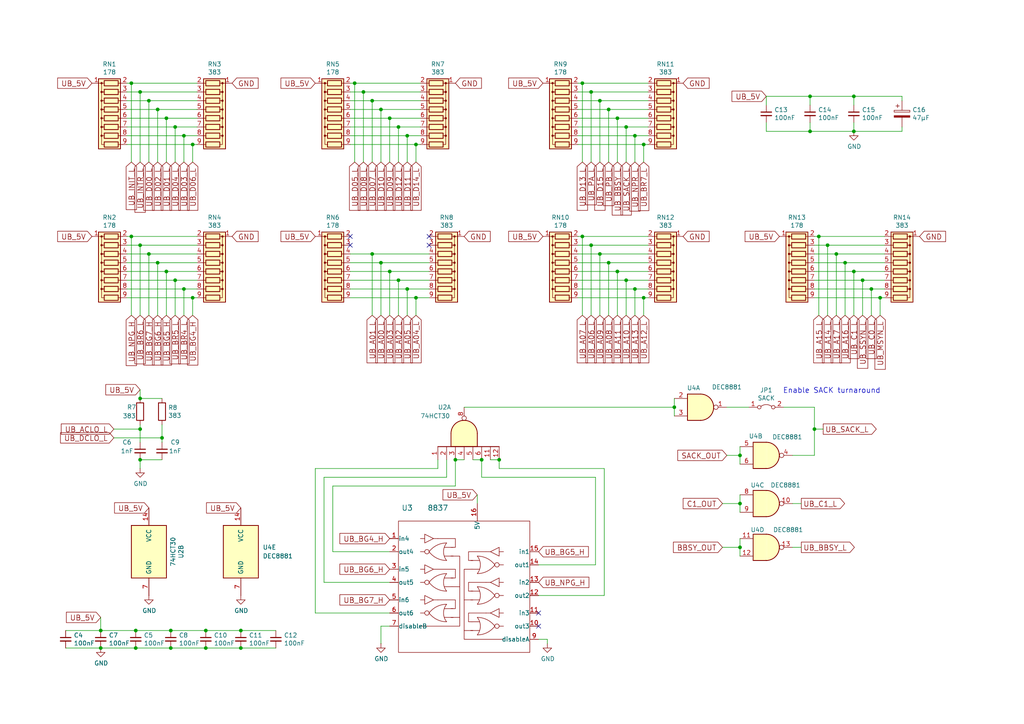
<source format=kicad_sch>
(kicad_sch (version 20231120) (generator "eeschema") (generator_version "8.0")
  (paper "A4")
  (title_block (date "2024-07-18"))
  (lib_symbols
    (symbol "74xx:74LS30" (pin_names (offset 1.016))
      (property "Reference" "U" (at 0 1.27 0))
      (property "Value" "74LS30" (at 0 -1.27 0))
      (symbol "74LS30_1_1"
        (pin input line (at -7.62 7.62 0) (length 3.81) (name "~") (number "1"))
        (pin input line (at -7.62 -7.62 0) (length 3.81) (name "~") (number "11"))
        (pin input line (at -7.62 -10.16 0) (length 3.81) (name "~") (number "12"))
        (pin input line (at -7.62 5.08 0) (length 3.81) (name "~") (number "2"))
        (pin input line (at -7.62 2.54 0) (length 3.81) (name "~") (number "3"))
        (pin input line (at -7.62 0 0) (length 3.81) (name "~") (number "4"))
        (pin input line (at -7.62 -2.54 0) (length 3.81) (name "~") (number "5"))
        (pin input line (at -7.62 -5.08 0) (length 3.81) (name "~") (number "6"))
        (pin output inverted (at 7.62 0 180) (length 3.81) (name "~") (number "8"))
      )
      (symbol "74LS30_1_2"
        (pin input inverted (at -7.62 7.62 0) (length 3.81) (name "~") (number "1"))
        (pin input inverted (at -7.62 -7.62 0) (length 3.81) (name "~") (number "11"))
        (pin input inverted (at -7.62 -10.16 0) (length 3.81) (name "~") (number "12"))
        (pin input inverted (at -7.62 5.08 0) (length 3.81) (name "~") (number "2"))
        (pin input inverted (at -7.62 2.54 0) (length 4.5466) (name "~") (number "3"))
        (pin input inverted (at -7.62 0 0) (length 5.08) (name "~") (number "4"))
        (pin input inverted (at -7.62 -2.54 0) (length 4.5466) (name "~") (number "5"))
        (pin input inverted (at -7.62 -5.08 0) (length 3.81) (name "~") (number "6"))
        (pin output line (at 7.62 0 180) (length 3.81) (name "~") (number "8"))
      )
      (symbol "74LS30_2_0"
        (pin power_in line (at 0 12.7 270) (length 5.08) (name "VCC") (number "14"))
        (pin power_in line (at 0 -12.7 90) (length 5.08) (name "GND") (number "7"))
      )
    )
    (symbol "Device:C_Polarized" (pin_numbers hide) (pin_names (offset 0.254))
      (property "Reference" "C" (at 0.635 2.54 0))
      (property "Value" "C_Polarized" (at 0.635 -2.54 0))
      (symbol "C_Polarized_1_1"
        (pin passive line (at 0 3.81 270) (length 2.794) (name "~") (number "1"))
        (pin passive line (at 0 -3.81 90) (length 2.794) (name "~") (number "2"))
      )
    )
    (symbol "Device:C_Small" (pin_numbers hide) (pin_names (offset 0.254) hide)
      (property "Reference" "C" (at 0.254 1.778 0))
      (property "Value" "C_Small" (at 0.254 -2.032 0))
      (symbol "C_Small_1_1"
        (pin passive line (at 0 2.54 270) (length 2.032) (name "~") (number "1"))
        (pin passive line (at 0 -2.54 90) (length 2.032) (name "~") (number "2"))
      )
    )
    (symbol "Device:R" (pin_numbers hide) (pin_names (offset 0))
      (property "Reference" "R" (at 2.032 0 90))
      (property "Value" "R" (at 0 0 90))
      (symbol "R_1_1"
        (pin passive line (at 0 3.81 270) (length 1.27) (name "~") (number "1"))
        (pin passive line (at 0 -3.81 90) (length 1.27) (name "~") (number "2"))
      )
    )
    (symbol "Device:R_Network08" (pin_names (offset 0) hide)
      (property "Reference" "RN" (at -12.7 0 90))
      (property "Value" "R_Network08" (at 10.16 0 90))
      (symbol "R_Network08_1_1"
        (pin passive line (at -10.16 5.08 270) (length 2.54) (name "common") (number "1"))
        (pin passive line (at -10.16 -5.08 90) (length 1.27) (name "R1") (number "2"))
        (pin passive line (at -7.62 -5.08 90) (length 1.27) (name "R2") (number "3"))
        (pin passive line (at -5.08 -5.08 90) (length 1.27) (name "R3") (number "4"))
        (pin passive line (at -2.54 -5.08 90) (length 1.27) (name "R4") (number "5"))
        (pin passive line (at 0 -5.08 90) (length 1.27) (name "R5") (number "6"))
        (pin passive line (at 2.54 -5.08 90) (length 1.27) (name "R6") (number "7"))
        (pin passive line (at 5.08 -5.08 90) (length 1.27) (name "R7") (number "8"))
        (pin passive line (at 7.62 -5.08 90) (length 1.27) (name "R8") (number "9"))
      )
    )
    (symbol "Jumper:Jumper_2_Bridged" (pin_names (offset 0) hide)
      (property "Reference" "JP" (at 0 1.905 0))
      (property "Value" "Jumper_2_Bridged" (at 0 -2.54 0))
      (symbol "Jumper_2_Bridged_1_1"
        (pin passive line (at -5.08 0 0) (length 2.54) (name "A") (number "1"))
        (pin passive line (at 5.08 0 180) (length 2.54) (name "B") (number "2"))
      )
    )
    (symbol "jh:8837" (pin_names (offset 0.0254))
      (property "Reference" "U" (at 10.16 19.05 0))
      (property "Value" "8837" (at -6.35 19.05 0))
      (symbol "8837_0_1"
        (pin input line (at -20.32 12.7 0) (length 2.54) (name "in4") (number "1"))
        (pin output line (at 22.86 -12.7 180) (length 2.54) (name "out3") (number "10"))
        (pin input line (at 22.86 -8.89 180) (length 2.54) (name "in3") (number "11"))
        (pin output line (at 22.86 -3.81 180) (length 2.54) (name "out2") (number "12"))
        (pin input line (at 22.86 0 180) (length 2.54) (name "in2") (number "13"))
        (pin output line (at 22.86 5.08 180) (length 2.54) (name "out1") (number "14"))
        (pin input line (at 22.86 8.89 180) (length 2.54) (name "in1") (number "15"))
        (pin output line (at -20.32 8.89 0) (length 2.54) (name "out4") (number "2"))
        (pin input line (at -20.32 3.81 0) (length 2.54) (name "in5") (number "3"))
        (pin output line (at -20.32 0 0) (length 2.54) (name "out5") (number "4"))
        (pin input line (at -20.32 -5.08 0) (length 2.54) (name "in6") (number "5"))
        (pin output line (at -20.32 -8.89 0) (length 2.54) (name "out6") (number "6"))
        (pin input line (at -20.32 -12.7 0) (length 2.54) (name "disableB") (number "7"))
        (pin input line (at 22.86 -16.51 180) (length 2.54) (name "disableA") (number "9"))
      )
      (symbol "8837_1_1"
        (pin power_in line (at 5.08 22.86 270) (length 5.08) (name "5V") (number "16"))
        (pin power_in line (at 7.62 -24.13 90) (length 0) hide (name "GND") (number "8"))
      )
    )
    (symbol "jh:DEC8881" (pin_names (offset 1.016))
      (property "Reference" "U" (at 0 1.27 0))
      (property "Value" "DEC8881" (at 0 -1.27 0))
      (symbol "DEC8881_1_1"
        (pin open_collector inverted (at 7.62 0 180) (length 3.81) (name "~") (number "1"))
        (pin input line (at -7.62 2.54 0) (length 3.81) (name "~") (number "2"))
        (pin input line (at -7.62 -2.54 0) (length 3.81) (name "~") (number "3"))
      )
      (symbol "DEC8881_1_2"
        (pin input inverted (at -7.62 2.54 0) (length 4.318) (name "~") (number "1"))
        (pin input inverted (at -7.62 -2.54 0) (length 4.318) (name "~") (number "2"))
        (pin output line (at 7.62 0 180) (length 3.81) (name "~") (number "3"))
      )
      (symbol "DEC8881_2_1"
        (pin open_collector inverted (at 7.62 0 180) (length 3.81) (name "~") (number "4"))
        (pin input line (at -7.62 2.54 0) (length 3.81) (name "~") (number "5"))
        (pin input line (at -7.62 -2.54 0) (length 3.81) (name "~") (number "6"))
      )
      (symbol "DEC8881_2_2"
        (pin input inverted (at -7.62 2.54 0) (length 4.318) (name "~") (number "4"))
        (pin input inverted (at -7.62 -2.54 0) (length 4.318) (name "~") (number "5"))
        (pin output line (at 7.62 0 180) (length 3.81) (name "~") (number "6"))
      )
      (symbol "DEC8881_3_1"
        (pin open_collector inverted (at 7.62 0 180) (length 3.81) (name "~") (number "10"))
        (pin input line (at -7.62 2.54 0) (length 3.81) (name "~") (number "8"))
        (pin input line (at -7.62 -2.54 0) (length 3.81) (name "~") (number "9"))
      )
      (symbol "DEC8881_3_2"
        (pin input inverted (at -7.62 -2.54 0) (length 4.318) (name "~") (number "10"))
        (pin output line (at 7.62 0 180) (length 3.81) (name "~") (number "8"))
        (pin input inverted (at -7.62 2.54 0) (length 4.318) (name "~") (number "9"))
      )
      (symbol "DEC8881_4_1"
        (pin input line (at -7.62 2.54 0) (length 3.81) (name "~") (number "11"))
        (pin input line (at -7.62 -2.54 0) (length 3.81) (name "~") (number "12"))
        (pin open_collector inverted (at 7.62 0 180) (length 3.81) (name "~") (number "13"))
      )
      (symbol "DEC8881_4_2"
        (pin output line (at 7.62 0 180) (length 3.81) (name "~") (number "11"))
        (pin input inverted (at -7.62 2.54 0) (length 4.318) (name "~") (number "12"))
        (pin input inverted (at -7.62 -2.54 0) (length 4.318) (name "~") (number "13"))
      )
      (symbol "DEC8881_5_0"
        (pin power_in line (at 0 12.7 270) (length 5.08) (name "VCC") (number "14"))
        (pin power_in line (at 0 -12.7 90) (length 5.08) (name "GND") (number "7"))
      )
    )
    (symbol "power:GND" (power) (pin_numbers hide) (pin_names (offset 0) hide)
      (property "Value" "GND" (at 0 -3.81 0))
      (symbol "GND_1_1"
        (pin power_in line (at 0 0 270) (length 0) (name "~") (number "1"))
      )
    )
  )
  (junction (at 234.95 27.94))
  (junction (at 39.37 187.96))
  (junction (at 48.26 78.74))
  (junction (at 184.15 39.37))
  (junction (at 168.91 68.58))
  (junction (at 115.57 81.28))
  (junction (at 69.85 182.88))
  (junction (at 171.45 26.67))
  (junction (at 168.91 24.13))
  (junction (at 48.26 34.29))
  (junction (at 132.08 133.35))
  (junction (at 43.18 29.21))
  (junction (at 242.57 73.66))
  (junction (at 250.19 81.28))
  (junction (at 173.99 73.66))
  (junction (at 59.69 187.96))
  (junction (at 214.63 146.05))
  (junction (at 55.88 86.36))
  (junction (at 171.45 71.12))
  (junction (at 186.69 86.36))
  (junction (at 120.65 86.36))
  (junction (at 139.7 133.35))
  (junction (at 55.88 41.91))
  (junction (at 195.58 118.11))
  (junction (at 50.8 36.83))
  (junction (at 113.03 34.29))
  (junction (at 40.64 115.57))
  (junction (at 45.72 76.2))
  (junction (at 247.65 27.94))
  (junction (at 110.49 31.75))
  (junction (at 40.64 26.67))
  (junction (at 236.22 124.46))
  (junction (at 40.64 124.46))
  (junction (at 107.95 73.66))
  (junction (at 50.8 81.28))
  (junction (at 240.03 71.12))
  (junction (at 179.07 78.74))
  (junction (at 46.99 127))
  (junction (at 214.63 132.08))
  (junction (at 144.78 133.35))
  (junction (at 184.15 83.82))
  (junction (at 176.53 76.2))
  (junction (at 179.07 34.29))
  (junction (at 120.65 41.91))
  (junction (at 115.57 36.83))
  (junction (at 40.64 71.12))
  (junction (at 113.03 78.74))
  (junction (at 118.11 83.82))
  (junction (at 110.49 76.2))
  (junction (at 43.18 73.66))
  (junction (at 69.85 187.96))
  (junction (at 29.21 182.88))
  (junction (at 39.37 182.88))
  (junction (at 186.69 41.91))
  (junction (at 38.1 24.13))
  (junction (at 247.65 38.1))
  (junction (at 40.64 133.35))
  (junction (at 53.34 83.82))
  (junction (at 118.11 39.37))
  (junction (at 245.11 76.2))
  (junction (at 53.34 39.37))
  (junction (at 173.99 29.21))
  (junction (at 255.27 86.36))
  (junction (at 49.53 187.96))
  (junction (at 45.72 31.75))
  (junction (at 234.95 38.1))
  (junction (at 181.61 36.83))
  (junction (at 105.41 26.67))
  (junction (at 38.1 68.58))
  (junction (at 252.73 83.82))
  (junction (at 29.21 187.96))
  (junction (at 102.87 24.13))
  (junction (at 107.95 29.21))
  (junction (at 181.61 81.28))
  (junction (at 237.49 68.58))
  (junction (at 214.63 158.75))
  (junction (at 247.65 78.74))
  (junction (at 49.53 182.88))
  (junction (at 176.53 31.75))
  (junction (at 59.69 182.88))
  (no_connect (at 101.6 68.58))
  (no_connect (at 101.6 71.12))
  (no_connect (at 156.21 181.61))
  (no_connect (at 156.21 177.8))
  (no_connect (at 124.46 71.12))
  (no_connect (at 124.46 68.58))
  (wire (pts (xy 102.87 24.13) (xy 121.92 24.13)))
  (wire (pts (xy 38.1 68.58) (xy 57.15 68.58)))
  (wire (pts (xy 120.65 91.44) (xy 120.65 86.36)))
  (wire (pts (xy 105.41 46.99) (xy 105.41 26.67)))
  (wire (pts (xy 55.88 91.44) (xy 55.88 86.36)))
  (wire (pts (xy 156.21 185.42) (xy 158.75 185.42)))
  (wire (pts (xy 167.64 34.29) (xy 179.07 34.29)))
  (wire (pts (xy 209.55 158.75) (xy 214.63 158.75)))
  (wire (pts (xy 195.58 115.57) (xy 195.58 118.11)))
  (wire (pts (xy 91.44 177.8) (xy 91.44 135.89)))
  (wire (pts (xy 255.27 86.36) (xy 256.54 86.36)))
  (wire (pts (xy 214.63 134.62) (xy 214.63 132.08)))
  (wire (pts (xy 261.62 27.94) (xy 261.62 29.21)))
  (wire (pts (xy 234.95 30.48) (xy 234.95 27.94)))
  (wire (pts (xy 59.69 187.96) (xy 69.85 187.96)))
  (wire (pts (xy 49.53 187.96) (xy 59.69 187.96)))
  (wire (pts (xy 33.02 127) (xy 46.99 127)))
  (wire (pts (xy 167.64 76.2) (xy 176.53 76.2)))
  (wire (pts (xy 181.61 46.99) (xy 181.61 36.83)))
  (wire (pts (xy 229.87 158.75) (xy 232.41 158.75)))
  (wire (pts (xy 144.78 135.89) (xy 144.78 133.35)))
  (wire (pts (xy 38.1 24.13) (xy 57.15 24.13)))
  (wire (pts (xy 50.8 46.99) (xy 50.8 36.83)))
  (wire (pts (xy 171.45 46.99) (xy 171.45 26.67)))
  (wire (pts (xy 36.83 31.75) (xy 45.72 31.75)))
  (wire (pts (xy 36.83 34.29) (xy 48.26 34.29)))
  (wire (pts (xy 53.34 91.44) (xy 53.34 83.82)))
  (wire (pts (xy 167.64 36.83) (xy 181.61 36.83)))
  (wire (pts (xy 48.26 91.44) (xy 48.26 78.74)))
  (wire (pts (xy 172.72 138.43) (xy 172.72 163.83)))
  (wire (pts (xy 101.6 73.66) (xy 107.95 73.66)))
  (wire (pts (xy 237.49 91.44) (xy 237.49 68.58)))
  (wire (pts (xy 222.25 27.94) (xy 234.95 27.94)))
  (wire (pts (xy 110.49 46.99) (xy 110.49 31.75)))
  (wire (pts (xy 36.83 24.13) (xy 38.1 24.13)))
  (wire (pts (xy 252.73 83.82) (xy 256.54 83.82)))
  (wire (pts (xy 210.82 132.08) (xy 214.63 132.08)))
  (wire (pts (xy 43.18 46.99) (xy 43.18 29.21)))
  (wire (pts (xy 101.6 34.29) (xy 113.03 34.29)))
  (wire (pts (xy 247.65 35.56) (xy 247.65 38.1)))
  (wire (pts (xy 176.53 31.75) (xy 187.96 31.75)))
  (wire (pts (xy 113.03 34.29) (xy 121.92 34.29)))
  (wire (pts (xy 176.53 46.99) (xy 176.53 31.75)))
  (wire (pts (xy 101.6 83.82) (xy 118.11 83.82)))
  (wire (pts (xy 45.72 91.44) (xy 45.72 76.2)))
  (wire (pts (xy 176.53 76.2) (xy 187.96 76.2)))
  (wire (pts (xy 113.03 181.61) (xy 110.49 181.61)))
  (wire (pts (xy 101.6 41.91) (xy 120.65 41.91)))
  (wire (pts (xy 132.08 140.97) (xy 132.08 133.35)))
  (wire (pts (xy 29.21 179.07) (xy 29.21 182.88)))
  (wire (pts (xy 167.64 71.12) (xy 171.45 71.12)))
  (wire (pts (xy 36.83 71.12) (xy 40.64 71.12)))
  (wire (pts (xy 236.22 78.74) (xy 247.65 78.74)))
  (wire (pts (xy 38.1 46.99) (xy 38.1 24.13)))
  (wire (pts (xy 93.98 138.43) (xy 93.98 168.91)))
  (wire (pts (xy 45.72 46.99) (xy 45.72 31.75)))
  (wire (pts (xy 234.95 27.94) (xy 247.65 27.94)))
  (wire (pts (xy 115.57 81.28) (xy 124.46 81.28)))
  (wire (pts (xy 101.6 36.83) (xy 115.57 36.83)))
  (wire (pts (xy 171.45 26.67) (xy 187.96 26.67)))
  (wire (pts (xy 59.69 182.88) (xy 69.85 182.88)))
  (wire (pts (xy 120.65 41.91) (xy 121.92 41.91)))
  (wire (pts (xy 168.91 68.58) (xy 187.96 68.58)))
  (wire (pts (xy 186.69 91.44) (xy 186.69 86.36)))
  (wire (pts (xy 36.83 83.82) (xy 53.34 83.82)))
  (wire (pts (xy 38.1 91.44) (xy 38.1 68.58)))
  (wire (pts (xy 236.22 83.82) (xy 252.73 83.82)))
  (wire (pts (xy 19.05 182.88) (xy 29.21 182.88)))
  (wire (pts (xy 50.8 81.28) (xy 57.15 81.28)))
  (wire (pts (xy 101.6 26.67) (xy 105.41 26.67)))
  (wire (pts (xy 214.63 132.08) (xy 214.63 129.54)))
  (wire (pts (xy 167.64 86.36) (xy 186.69 86.36)))
  (wire (pts (xy 55.88 41.91) (xy 57.15 41.91)))
  (wire (pts (xy 175.26 135.89) (xy 144.78 135.89)))
  (wire (pts (xy 237.49 68.58) (xy 256.54 68.58)))
  (wire (pts (xy 173.99 73.66) (xy 187.96 73.66)))
  (wire (pts (xy 186.69 86.36) (xy 187.96 86.36)))
  (wire (pts (xy 234.95 35.56) (xy 234.95 38.1)))
  (wire (pts (xy 179.07 78.74) (xy 187.96 78.74)))
  (wire (pts (xy 36.83 39.37) (xy 53.34 39.37)))
  (wire (pts (xy 40.64 26.67) (xy 57.15 26.67)))
  (wire (pts (xy 101.6 29.21) (xy 107.95 29.21)))
  (wire (pts (xy 40.64 91.44) (xy 40.64 71.12)))
  (wire (pts (xy 19.05 187.96) (xy 29.21 187.96)))
  (wire (pts (xy 39.37 187.96) (xy 49.53 187.96)))
  (wire (pts (xy 96.52 160.02) (xy 113.03 160.02)))
  (wire (pts (xy 168.91 91.44) (xy 168.91 68.58)))
  (wire (pts (xy 50.8 36.83) (xy 57.15 36.83)))
  (wire (pts (xy 118.11 91.44) (xy 118.11 83.82)))
  (wire (pts (xy 167.64 39.37) (xy 184.15 39.37)))
  (wire (pts (xy 102.87 46.99) (xy 102.87 24.13)))
  (wire (pts (xy 139.7 133.35) (xy 139.7 138.43)))
  (wire (pts (xy 247.65 91.44) (xy 247.65 78.74)))
  (wire (pts (xy 167.64 31.75) (xy 176.53 31.75)))
  (wire (pts (xy 53.34 46.99) (xy 53.34 39.37)))
  (wire (pts (xy 36.83 86.36) (xy 55.88 86.36)))
  (wire (pts (xy 240.03 71.12) (xy 256.54 71.12)))
  (wire (pts (xy 242.57 73.66) (xy 256.54 73.66)))
  (wire (pts (xy 43.18 73.66) (xy 57.15 73.66)))
  (wire (pts (xy 45.72 76.2) (xy 57.15 76.2)))
  (wire (pts (xy 101.6 39.37) (xy 118.11 39.37)))
  (wire (pts (xy 40.64 46.99) (xy 40.64 26.67)))
  (wire (pts (xy 247.65 27.94) (xy 261.62 27.94)))
  (wire (pts (xy 236.22 124.46) (xy 236.22 132.08)))
  (wire (pts (xy 110.49 76.2) (xy 124.46 76.2)))
  (wire (pts (xy 139.7 138.43) (xy 172.72 138.43)))
  (wire (pts (xy 171.45 91.44) (xy 171.45 71.12)))
  (wire (pts (xy 29.21 182.88) (xy 39.37 182.88)))
  (wire (pts (xy 46.99 123.19) (xy 46.99 127)))
  (wire (pts (xy 238.76 124.46) (xy 236.22 124.46)))
  (wire (pts (xy 101.6 76.2) (xy 110.49 76.2)))
  (wire (pts (xy 195.58 118.11) (xy 134.62 118.11)))
  (wire (pts (xy 181.61 81.28) (xy 187.96 81.28)))
  (wire (pts (xy 120.65 86.36) (xy 124.46 86.36)))
  (wire (pts (xy 129.54 133.35) (xy 129.54 138.43)))
  (wire (pts (xy 40.64 115.57) (xy 46.99 115.57)))
  (wire (pts (xy 181.61 36.83) (xy 187.96 36.83)))
  (wire (pts (xy 110.49 181.61) (xy 110.49 186.69)))
  (wire (pts (xy 101.6 31.75) (xy 110.49 31.75)))
  (wire (pts (xy 129.54 138.43) (xy 93.98 138.43)))
  (wire (pts (xy 115.57 91.44) (xy 115.57 81.28)))
  (wire (pts (xy 36.83 36.83) (xy 50.8 36.83)))
  (wire (pts (xy 49.53 182.88) (xy 59.69 182.88)))
  (wire (pts (xy 236.22 118.11) (xy 227.33 118.11)))
  (wire (pts (xy 101.6 24.13) (xy 102.87 24.13)))
  (wire (pts (xy 245.11 91.44) (xy 245.11 76.2)))
  (wire (pts (xy 229.87 146.05) (xy 232.41 146.05)))
  (wire (pts (xy 184.15 83.82) (xy 187.96 83.82)))
  (wire (pts (xy 93.98 168.91) (xy 113.03 168.91)))
  (wire (pts (xy 229.87 132.08) (xy 236.22 132.08)))
  (wire (pts (xy 91.44 135.89) (xy 127 135.89)))
  (wire (pts (xy 168.91 46.99) (xy 168.91 24.13)))
  (wire (pts (xy 138.43 143.51) (xy 138.43 146.05)))
  (wire (pts (xy 236.22 81.28) (xy 250.19 81.28)))
  (wire (pts (xy 234.95 38.1) (xy 247.65 38.1)))
  (wire (pts (xy 167.64 73.66) (xy 173.99 73.66)))
  (wire (pts (xy 132.08 140.97) (xy 96.52 140.97)))
  (wire (pts (xy 236.22 124.46) (xy 236.22 118.11)))
  (wire (pts (xy 176.53 91.44) (xy 176.53 76.2)))
  (wire (pts (xy 69.85 182.88) (xy 80.01 182.88)))
  (wire (pts (xy 43.18 91.44) (xy 43.18 73.66)))
  (wire (pts (xy 113.03 78.74) (xy 124.46 78.74)))
  (wire (pts (xy 55.88 46.99) (xy 55.88 41.91)))
  (wire (pts (xy 214.63 156.21) (xy 214.63 158.75)))
  (wire (pts (xy 236.22 68.58) (xy 237.49 68.58)))
  (wire (pts (xy 29.21 187.96) (xy 39.37 187.96)))
  (wire (pts (xy 184.15 91.44) (xy 184.15 83.82)))
  (wire (pts (xy 69.85 187.96) (xy 80.01 187.96)))
  (wire (pts (xy 40.64 133.35) (xy 46.99 133.35)))
  (wire (pts (xy 105.41 26.67) (xy 121.92 26.67)))
  (wire (pts (xy 167.64 81.28) (xy 181.61 81.28)))
  (wire (pts (xy 96.52 140.97) (xy 96.52 160.02)))
  (wire (pts (xy 36.83 76.2) (xy 45.72 76.2)))
  (wire (pts (xy 236.22 73.66) (xy 242.57 73.66)))
  (wire (pts (xy 184.15 39.37) (xy 187.96 39.37)))
  (wire (pts (xy 210.82 118.11) (xy 217.17 118.11)))
  (wire (pts (xy 171.45 71.12) (xy 187.96 71.12)))
  (wire (pts (xy 43.18 29.21) (xy 57.15 29.21)))
  (wire (pts (xy 247.65 38.1) (xy 261.62 38.1)))
  (wire (pts (xy 50.8 91.44) (xy 50.8 81.28)))
  (wire (pts (xy 115.57 46.99) (xy 115.57 36.83)))
  (wire (pts (xy 173.99 91.44) (xy 173.99 73.66)))
  (wire (pts (xy 175.26 172.72) (xy 156.21 172.72)))
  (wire (pts (xy 101.6 81.28) (xy 115.57 81.28)))
  (wire (pts (xy 247.65 78.74) (xy 256.54 78.74)))
  (wire (pts (xy 236.22 76.2) (xy 245.11 76.2)))
  (wire (pts (xy 48.26 34.29) (xy 57.15 34.29)))
  (wire (pts (xy 40.64 124.46) (xy 40.64 128.27)))
  (wire (pts (xy 40.64 123.19) (xy 40.64 124.46)))
  (wire (pts (xy 36.83 73.66) (xy 43.18 73.66)))
  (wire (pts (xy 46.99 127) (xy 46.99 128.27)))
  (wire (pts (xy 179.07 46.99) (xy 179.07 34.29)))
  (wire (pts (xy 120.65 46.99) (xy 120.65 41.91)))
  (wire (pts (xy 107.95 29.21) (xy 121.92 29.21)))
  (wire (pts (xy 242.57 91.44) (xy 242.57 73.66)))
  (wire (pts (xy 186.69 41.91) (xy 187.96 41.91)))
  (wire (pts (xy 214.63 158.75) (xy 214.63 161.29)))
  (wire (pts (xy 167.64 68.58) (xy 168.91 68.58)))
  (wire (pts (xy 45.72 31.75) (xy 57.15 31.75)))
  (wire (pts (xy 167.64 29.21) (xy 173.99 29.21)))
  (wire (pts (xy 36.83 41.91) (xy 55.88 41.91)))
  (wire (pts (xy 118.11 39.37) (xy 121.92 39.37)))
  (wire (pts (xy 167.64 83.82) (xy 184.15 83.82)))
  (wire (pts (xy 168.91 24.13) (xy 187.96 24.13)))
  (wire (pts (xy 222.25 38.1) (xy 234.95 38.1)))
  (wire (pts (xy 101.6 78.74) (xy 113.03 78.74)))
  (wire (pts (xy 137.16 133.35) (xy 139.7 133.35)))
  (wire (pts (xy 184.15 46.99) (xy 184.15 39.37)))
  (wire (pts (xy 110.49 91.44) (xy 110.49 76.2)))
  (wire (pts (xy 186.69 46.99) (xy 186.69 41.91)))
  (wire (pts (xy 179.07 34.29) (xy 187.96 34.29)))
  (wire (pts (xy 124.46 73.66) (xy 107.95 73.66)))
  (wire (pts (xy 33.02 124.46) (xy 40.64 124.46)))
  (wire (pts (xy 142.24 133.35) (xy 144.78 133.35)))
  (wire (pts (xy 261.62 38.1) (xy 261.62 36.83)))
  (wire (pts (xy 255.27 91.44) (xy 255.27 86.36)))
  (wire (pts (xy 36.83 26.67) (xy 40.64 26.67)))
  (wire (pts (xy 53.34 39.37) (xy 57.15 39.37)))
  (wire (pts (xy 172.72 163.83) (xy 156.21 163.83)))
  (wire (pts (xy 181.61 91.44) (xy 181.61 81.28)))
  (wire (pts (xy 250.19 91.44) (xy 250.19 81.28)))
  (wire (pts (xy 245.11 76.2) (xy 256.54 76.2)))
  (wire (pts (xy 36.83 29.21) (xy 43.18 29.21)))
  (wire (pts (xy 179.07 91.44) (xy 179.07 78.74)))
  (wire (pts (xy 222.25 35.56) (xy 222.25 38.1)))
  (wire (pts (xy 53.34 83.82) (xy 57.15 83.82)))
  (wire (pts (xy 55.88 86.36) (xy 57.15 86.36)))
  (wire (pts (xy 36.83 78.74) (xy 48.26 78.74)))
  (wire (pts (xy 247.65 30.48) (xy 247.65 27.94)))
  (wire (pts (xy 175.26 135.89) (xy 175.26 172.72)))
  (wire (pts (xy 167.64 78.74) (xy 179.07 78.74)))
  (wire (pts (xy 107.95 91.44) (xy 107.95 73.66)))
  (wire (pts (xy 36.83 68.58) (xy 38.1 68.58)))
  (wire (pts (xy 222.25 30.48) (xy 222.25 27.94)))
  (wire (pts (xy 209.55 146.05) (xy 214.63 146.05)))
  (wire (pts (xy 107.95 46.99) (xy 107.95 29.21)))
  (wire (pts (xy 113.03 177.8) (xy 91.44 177.8)))
  (wire (pts (xy 214.63 146.05) (xy 214.63 148.59)))
  (wire (pts (xy 115.57 36.83) (xy 121.92 36.83)))
  (wire (pts (xy 113.03 46.99) (xy 113.03 34.29)))
  (wire (pts (xy 110.49 31.75) (xy 121.92 31.75)))
  (wire (pts (xy 48.26 46.99) (xy 48.26 34.29)))
  (wire (pts (xy 250.19 81.28) (xy 256.54 81.28)))
  (wire (pts (xy 118.11 83.82) (xy 124.46 83.82)))
  (wire (pts (xy 132.08 133.35) (xy 134.62 133.35)))
  (wire (pts (xy 173.99 29.21) (xy 187.96 29.21)))
  (wire (pts (xy 214.63 146.05) (xy 214.63 143.51)))
  (wire (pts (xy 167.64 41.91) (xy 186.69 41.91)))
  (wire (pts (xy 236.22 71.12) (xy 240.03 71.12)))
  (wire (pts (xy 167.64 24.13) (xy 168.91 24.13)))
  (wire (pts (xy 240.03 91.44) (xy 240.03 71.12)))
  (wire (pts (xy 158.75 185.42) (xy 158.75 186.69)))
  (wire (pts (xy 195.58 118.11) (xy 195.58 120.65)))
  (wire (pts (xy 236.22 86.36) (xy 255.27 86.36)))
  (wire (pts (xy 40.64 113.03) (xy 40.64 115.57)))
  (wire (pts (xy 36.83 81.28) (xy 50.8 81.28)))
  (wire (pts (xy 173.99 46.99) (xy 173.99 29.21)))
  (wire (pts (xy 101.6 86.36) (xy 120.65 86.36)))
  (wire (pts (xy 39.37 182.88) (xy 49.53 182.88)))
  (wire (pts (xy 127 135.89) (xy 127 133.35)))
  (wire (pts (xy 252.73 91.44) (xy 252.73 83.82)))
  (wire (pts (xy 113.03 91.44) (xy 113.03 78.74)))
  (wire (pts (xy 48.26 78.74) (xy 57.15 78.74)))
  (wire (pts (xy 40.64 133.35) (xy 40.64 135.89)))
  (wire (pts (xy 40.64 71.12) (xy 57.15 71.12)))
  (wire (pts (xy 118.11 46.99) (xy 118.11 39.37)))
  (wire (pts (xy 167.64 26.67) (xy 171.45 26.67)))
  (text "Enable SACK turnaround" (at 227.076 114.3 0) (effects (font (size 1.524 1.524)) (justify left bottom)))
  (global_label "UB_SSYN_L" (shape input) (at 250.19 91.44 270) (effects (font (size 1.524 1.524))) (property "Intersheetrefs" "${INTERSHEET_REFS}" (effects (hide yes))))
  (global_label "UB_D09_L" (shape input) (at 113.03 46.99 270) (effects (font (size 1.524 1.524))) (property "Intersheetrefs" "${INTERSHEET_REFS}" (effects (hide yes))))
  (global_label "UB_D04_L" (shape input) (at 50.8 46.99 270) (effects (font (size 1.524 1.524))) (property "Intersheetrefs" "${INTERSHEET_REFS}" (effects (hide yes))))
  (global_label "UB_5V" (shape input) (at 157.48 68.58 180) (effects (font (size 1.524 1.524))) (property "Intersheetrefs" "${INTERSHEET_REFS}" (effects (hide yes))))
  (global_label "UB_D00_L" (shape input) (at 43.18 46.99 270) (effects (font (size 1.524 1.524))) (property "Intersheetrefs" "${INTERSHEET_REFS}" (effects (hide yes))))
  (global_label "GND" (shape input) (at 198.12 68.58 0) (effects (font (size 1.524 1.524))) (property "Intersheetrefs" "${INTERSHEET_REFS}" (effects (hide yes))))
  (global_label "UB_A04_L" (shape input) (at 120.65 91.44 270) (effects (font (size 1.524 1.524))) (property "Intersheetrefs" "${INTERSHEET_REFS}" (effects (hide yes))))
  (global_label "UB_MSYN_L" (shape input) (at 255.27 91.44 270) (effects (font (size 1.524 1.524))) (property "Intersheetrefs" "${INTERSHEET_REFS}" (effects (hide yes))))
  (global_label "UB_A01_L" (shape input) (at 107.95 91.44 270) (effects (font (size 1.524 1.524))) (property "Intersheetrefs" "${INTERSHEET_REFS}" (effects (hide yes))))
  (global_label "UB_A12_L" (shape input) (at 186.69 91.44 270) (effects (font (size 1.524 1.524))) (property "Intersheetrefs" "${INTERSHEET_REFS}" (effects (hide yes))))
  (global_label "UB_A05_L" (shape input) (at 118.11 91.44 270) (effects (font (size 1.524 1.524))) (property "Intersheetrefs" "${INTERSHEET_REFS}" (effects (hide yes))))
  (global_label "UB_BG4_H" (shape input) (at 113.03 156.21 180) (effects (font (size 1.524 1.524))) (property "Intersheetrefs" "${INTERSHEET_REFS}" (effects (hide yes))))
  (global_label "UB_5V" (shape input) (at 26.67 68.58 180) (effects (font (size 1.524 1.524))) (property "Intersheetrefs" "${INTERSHEET_REFS}" (effects (hide yes))))
  (global_label "UB_BG5_H" (shape input) (at 156.21 160.02 0) (effects (font (size 1.524 1.524))) (property "Intersheetrefs" "${INTERSHEET_REFS}" (effects (hide yes))))
  (global_label "UB_D15_L" (shape input) (at 173.99 46.99 270) (effects (font (size 1.524 1.524))) (property "Intersheetrefs" "${INTERSHEET_REFS}" (effects (hide yes))))
  (global_label "UB_C0_L" (shape input) (at 252.73 91.44 270) (effects (font (size 1.524 1.524))) (property "Intersheetrefs" "${INTERSHEET_REFS}" (effects (hide yes))))
  (global_label "UB_A17_L" (shape input) (at 242.57 91.44 270) (effects (font (size 1.524 1.524))) (property "Intersheetrefs" "${INTERSHEET_REFS}" (effects (hide yes))))
  (global_label "UB_5V" (shape input) (at 138.43 143.51 180) (effects (font (size 1.524 1.524))) (property "Intersheetrefs" "${INTERSHEET_REFS}" (effects (hide yes))))
  (global_label "UB_INIT_L" (shape input) (at 38.1 46.99 270) (effects (font (size 1.524 1.524))) (property "Intersheetrefs" "${INTERSHEET_REFS}" (effects (hide yes))))
  (global_label "UB_BR5_L" (shape input) (at 50.8 91.44 270) (effects (font (size 1.524 1.524))) (property "Intersheetrefs" "${INTERSHEET_REFS}" (effects (hide yes))))
  (global_label "UB_5V" (shape input) (at 29.21 179.07 180) (effects (font (size 1.524 1.524))) (property "Intersheetrefs" "${INTERSHEET_REFS}" (effects (hide yes))))
  (global_label "UB_D12_L" (shape input) (at 115.57 46.99 270) (effects (font (size 1.524 1.524))) (property "Intersheetrefs" "${INTERSHEET_REFS}" (effects (hide yes))))
  (global_label "BBSY_OUT" (shape input) (at 209.55 158.75 180) (effects (font (size 1.524 1.524))) (property "Intersheetrefs" "${INTERSHEET_REFS}" (effects (hide yes))))
  (global_label "UB_5V" (shape input) (at 91.44 24.13 180) (effects (font (size 1.524 1.524))) (property "Intersheetrefs" "${INTERSHEET_REFS}" (effects (hide yes))))
  (global_label "UB_D10_L" (shape input) (at 110.49 46.99 270) (effects (font (size 1.524 1.524))) (property "Intersheetrefs" "${INTERSHEET_REFS}" (effects (hide yes))))
  (global_label "UB_D02_L" (shape input) (at 45.72 46.99 270) (effects (font (size 1.524 1.524))) (property "Intersheetrefs" "${INTERSHEET_REFS}" (effects (hide yes))))
  (global_label "UB_A14_L" (shape input) (at 240.03 91.44 270) (effects (font (size 1.524 1.524))) (property "Intersheetrefs" "${INTERSHEET_REFS}" (effects (hide yes))))
  (global_label "UB_NPG_H" (shape input) (at 156.21 168.91 0) (effects (font (size 1.524 1.524))) (property "Intersheetrefs" "${INTERSHEET_REFS}" (effects (hide yes))))
  (global_label "UB_BR4_L" (shape input) (at 53.34 91.44 270) (effects (font (size 1.524 1.524))) (property "Intersheetrefs" "${INTERSHEET_REFS}" (effects (hide yes))))
  (global_label "UB_D11_L" (shape input) (at 118.11 46.99 270) (effects (font (size 1.524 1.524))) (property "Intersheetrefs" "${INTERSHEET_REFS}" (effects (hide yes))))
  (global_label "UB_C1_L" (shape input) (at 247.65 91.44 270) (effects (font (size 1.524 1.524))) (property "Intersheetrefs" "${INTERSHEET_REFS}" (effects (hide yes))))
  (global_label "UB_A08_L" (shape input) (at 176.53 91.44 270) (effects (font (size 1.524 1.524))) (property "Intersheetrefs" "${INTERSHEET_REFS}" (effects (hide yes))))
  (global_label "UB_SACK_L" (shape output) (at 238.76 124.46 0) (effects (font (size 1.524 1.524))) (property "Intersheetrefs" "${INTERSHEET_REFS}" (effects (hide yes))))
  (global_label "UB_5V" (shape input) (at 40.64 113.03 180) (effects (font (size 1.524 1.524))) (property "Intersheetrefs" "${INTERSHEET_REFS}" (effects (hide yes))))
  (global_label "GND" (shape input) (at 132.08 24.13 0) (effects (font (size 1.524 1.524))) (property "Intersheetrefs" "${INTERSHEET_REFS}" (effects (hide yes))))
  (global_label "UB_D06_L" (shape input) (at 55.88 46.99 270) (effects (font (size 1.524 1.524))) (property "Intersheetrefs" "${INTERSHEET_REFS}" (effects (hide yes))))
  (global_label "UB_BG4_H" (shape input) (at 55.88 91.44 270) (effects (font (size 1.524 1.524))) (property "Intersheetrefs" "${INTERSHEET_REFS}" (effects (hide yes))))
  (global_label "UB_D03_L" (shape input) (at 53.34 46.99 270) (effects (font (size 1.524 1.524))) (property "Intersheetrefs" "${INTERSHEET_REFS}" (effects (hide yes))))
  (global_label "UB_A02_L" (shape input) (at 115.57 91.44 270) (effects (font (size 1.524 1.524))) (property "Intersheetrefs" "${INTERSHEET_REFS}" (effects (hide yes))))
  (global_label "UB_D05_L" (shape input) (at 102.87 46.99 270) (effects (font (size 1.524 1.524))) (property "Intersheetrefs" "${INTERSHEET_REFS}" (effects (hide yes))))
  (global_label "UB_5V" (shape input) (at 43.18 147.32 180) (effects (font (size 1.524 1.524))) (property "Intersheetrefs" "${INTERSHEET_REFS}" (effects (hide yes))))
  (global_label "UB_A11_L" (shape input) (at 179.07 91.44 270) (effects (font (size 1.524 1.524))) (property "Intersheetrefs" "${INTERSHEET_REFS}" (effects (hide yes))))
  (global_label "UB_BBSY_L" (shape input) (at 179.07 46.99 270) (effects (font (size 1.524 1.524))) (property "Intersheetrefs" "${INTERSHEET_REFS}" (effects (hide yes))))
  (global_label "UB_A03_L" (shape input) (at 113.03 91.44 270) (effects (font (size 1.524 1.524))) (property "Intersheetrefs" "${INTERSHEET_REFS}" (effects (hide yes))))
  (global_label "C1_OUT" (shape input) (at 209.55 146.05 180) (effects (font (size 1.524 1.524))) (property "Intersheetrefs" "${INTERSHEET_REFS}" (effects (hide yes))))
  (global_label "UB_5V" (shape input) (at 222.25 27.94 180) (effects (font (size 1.524 1.524))) (property "Intersheetrefs" "${INTERSHEET_REFS}" (effects (hide yes))))
  (global_label "UB_INTR_L" (shape input) (at 40.64 46.99 270) (effects (font (size 1.524 1.524))) (property "Intersheetrefs" "${INTERSHEET_REFS}" (effects (hide yes))))
  (global_label "UB_5V" (shape input) (at 69.85 147.32 180) (effects (font (size 1.524 1.524))) (property "Intersheetrefs" "${INTERSHEET_REFS}" (effects (hide yes))))
  (global_label "UB_DCLO_L" (shape input) (at 33.02 127 180) (effects (font (size 1.524 1.524))) (property "Intersheetrefs" "${INTERSHEET_REFS}" (effects (hide yes))))
  (global_label "UB_5V" (shape input) (at 26.67 24.13 180) (effects (font (size 1.524 1.524))) (property "Intersheetrefs" "${INTERSHEET_REFS}" (effects (hide yes))))
  (global_label "UB_D07_L" (shape input) (at 107.95 46.99 270) (effects (font (size 1.524 1.524))) (property "Intersheetrefs" "${INTERSHEET_REFS}" (effects (hide yes))))
  (global_label "UB_A07_L" (shape input) (at 168.91 91.44 270) (effects (font (size 1.524 1.524))) (property "Intersheetrefs" "${INTERSHEET_REFS}" (effects (hide yes))))
  (global_label "UB_BG5_H" (shape input) (at 48.26 91.44 270) (effects (font (size 1.524 1.524))) (property "Intersheetrefs" "${INTERSHEET_REFS}" (effects (hide yes))))
  (global_label "UB_D13_L" (shape input) (at 168.91 46.99 270) (effects (font (size 1.524 1.524))) (property "Intersheetrefs" "${INTERSHEET_REFS}" (effects (hide yes))))
  (global_label "UB_BR6_L" (shape input) (at 40.64 91.44 270) (effects (font (size 1.524 1.524))) (property "Intersheetrefs" "${INTERSHEET_REFS}" (effects (hide yes))))
  (global_label "UB_D14_L" (shape input) (at 120.65 46.99 270) (effects (font (size 1.524 1.524))) (property "Intersheetrefs" "${INTERSHEET_REFS}" (effects (hide yes))))
  (global_label "UB_A06_L" (shape input) (at 171.45 91.44 270) (effects (font (size 1.524 1.524))) (property "Intersheetrefs" "${INTERSHEET_REFS}" (effects (hide yes))))
  (global_label "UB_BG6_H" (shape input) (at 113.03 165.1 180) (effects (font (size 1.524 1.524))) (property "Intersheetrefs" "${INTERSHEET_REFS}" (effects (hide yes))))
  (global_label "UB_A15_L" (shape input) (at 237.49 91.44 270) (effects (font (size 1.524 1.524))) (property "Intersheetrefs" "${INTERSHEET_REFS}" (effects (hide yes))))
  (global_label "UB_BG7_H" (shape input) (at 113.03 173.99 180) (effects (font (size 1.524 1.524))) (property "Intersheetrefs" "${INTERSHEET_REFS}" (effects (hide yes))))
  (global_label "UB_A10_L" (shape input) (at 181.61 91.44 270) (effects (font (size 1.524 1.524))) (property "Intersheetrefs" "${INTERSHEET_REFS}" (effects (hide yes))))
  (global_label "UB_NPR_L" (shape input) (at 184.15 46.99 270) (effects (font (size 1.524 1.524))) (property "Intersheetrefs" "${INTERSHEET_REFS}" (effects (hide yes))))
  (global_label "UB_D08_L" (shape input) (at 105.41 46.99 270) (effects (font (size 1.524 1.524))) (property "Intersheetrefs" "${INTERSHEET_REFS}" (effects (hide yes))))
  (global_label "UB_A13_L" (shape input) (at 184.15 91.44 270) (effects (font (size 1.524 1.524))) (property "Intersheetrefs" "${INTERSHEET_REFS}" (effects (hide yes))))
  (global_label "UB_BBSY_L" (shape output) (at 232.41 158.75 0) (effects (font (size 1.524 1.524))) (property "Intersheetrefs" "${INTERSHEET_REFS}" (effects (hide yes))))
  (global_label "GND" (shape input) (at 67.31 24.13 0) (effects (font (size 1.524 1.524))) (property "Intersheetrefs" "${INTERSHEET_REFS}" (effects (hide yes))))
  (global_label "UB_D01_L" (shape input) (at 48.26 46.99 270) (effects (font (size 1.524 1.524))) (property "Intersheetrefs" "${INTERSHEET_REFS}" (effects (hide yes))))
  (global_label "UB_C1_L" (shape output) (at 232.41 146.05 0) (effects (font (size 1.524 1.524))) (property "Intersheetrefs" "${INTERSHEET_REFS}" (effects (hide yes))))
  (global_label "GND" (shape input) (at 198.12 24.13 0) (effects (font (size 1.524 1.524))) (property "Intersheetrefs" "${INTERSHEET_REFS}" (effects (hide yes))))
  (global_label "GND" (shape input) (at 266.7 68.58 0) (effects (font (size 1.524 1.524))) (property "Intersheetrefs" "${INTERSHEET_REFS}" (effects (hide yes))))
  (global_label "UB_NPG_H" (shape input) (at 38.1 91.44 270) (effects (font (size 1.524 1.524))) (property "Intersheetrefs" "${INTERSHEET_REFS}" (effects (hide yes))))
  (global_label "UB_A00_L" (shape input) (at 110.49 91.44 270) (effects (font (size 1.524 1.524))) (property "Intersheetrefs" "${INTERSHEET_REFS}" (effects (hide yes))))
  (global_label "UB_A09_L" (shape input) (at 173.99 91.44 270) (effects (font (size 1.524 1.524))) (property "Intersheetrefs" "${INTERSHEET_REFS}" (effects (hide yes))))
  (global_label "GND" (shape input) (at 134.62 68.58 0) (effects (font (size 1.524 1.524))) (property "Intersheetrefs" "${INTERSHEET_REFS}" (effects (hide yes))))
  (global_label "UB_SACK_L" (shape input) (at 181.61 46.99 270) (effects (font (size 1.524 1.524))) (property "Intersheetrefs" "${INTERSHEET_REFS}" (effects (hide yes))))
  (global_label "UB_BG7_H" (shape input) (at 43.18 91.44 270) (effects (font (size 1.524 1.524))) (property "Intersheetrefs" "${INTERSHEET_REFS}" (effects (hide yes))))
  (global_label "UB_A16_L" (shape input) (at 245.11 91.44 270) (effects (font (size 1.524 1.524))) (property "Intersheetrefs" "${INTERSHEET_REFS}" (effects (hide yes))))
  (global_label "UB_PA_L" (shape input) (at 171.45 46.99 270) (effects (font (size 1.524 1.524))) (property "Intersheetrefs" "${INTERSHEET_REFS}" (effects (hide yes))))
  (global_label "UB_BR7_L" (shape input) (at 186.69 46.99 270) (effects (font (size 1.524 1.524))) (property "Intersheetrefs" "${INTERSHEET_REFS}" (effects (hide yes))))
  (global_label "UB_BG6_H" (shape input) (at 45.72 91.44 270) (effects (font (size 1.524 1.524))) (property "Intersheetrefs" "${INTERSHEET_REFS}" (effects (hide yes))))
  (global_label "UB_5V" (shape input) (at 226.06 68.58 180) (effects (font (size 1.524 1.524))) (property "Intersheetrefs" "${INTERSHEET_REFS}" (effects (hide yes))))
  (global_label "UB_PB_L" (shape input) (at 176.53 46.99 270) (effects (font (size 1.524 1.524))) (property "Intersheetrefs" "${INTERSHEET_REFS}" (effects (hide yes))))
  (global_label "UB_5V" (shape input) (at 91.44 68.58 180) (effects (font (size 1.524 1.524))) (property "Intersheetrefs" "${INTERSHEET_REFS}" (effects (hide yes))))
  (global_label "UB_5V" (shape input) (at 157.48 24.13 180) (effects (font (size 1.524 1.524))) (property "Intersheetrefs" "${INTERSHEET_REFS}" (effects (hide yes))))
  (global_label "UB_ACLO_L" (shape input) (at 33.02 124.46 180) (effects (font (size 1.524 1.524))) (property "Intersheetrefs" "${INTERSHEET_REFS}" (effects (hide yes))))
  (global_label "SACK_OUT" (shape input) (at 210.82 132.08 180) (effects (font (size 1.524 1.524))) (property "Intersheetrefs" "${INTERSHEET_REFS}" (effects (hide yes))))
  (global_label "GND" (shape input) (at 67.31 68.58 0) (effects (font (size 1.524 1.524))) (property "Intersheetrefs" "${INTERSHEET_REFS}" (effects (hide yes))))
  (symbol (lib_id "Device:R_Network08") (at 62.23 34.29 270) (unit 1)
    (property "Reference" "RN3" (at 62.23 18.6182 90))
    (property "Value" "383" (at 62.23 20.9296 90))
    (property "Footprint" "Resistor_THT:R_Array_SIP9" (effects (hide yes)))
    (property "Datasheet" "http://www.vishay.com/docs/31509/csc.pdf" (effects (hide yes)))
  )
  (symbol (lib_id "Device:R_Network08") (at 31.75 34.29 90) (mirror x) (unit 1)
    (property "Reference" "RN1" (at 31.75 18.6182 90))
    (property "Value" "178" (at 31.75 20.9296 90))
    (property "Footprint" "Resistor_THT:R_Array_SIP9" (effects (hide yes)))
    (property "Datasheet" "http://www.vishay.com/docs/31509/csc.pdf" (effects (hide yes)))
  )
  (symbol (lib_id "Device:R_Network08") (at 127 34.29 270) (unit 1)
    (property "Reference" "RN7" (at 127 18.6182 90))
    (property "Value" "383" (at 127 20.9296 90))
    (property "Footprint" "Resistor_THT:R_Array_SIP9" (effects (hide yes)))
    (property "Datasheet" "http://www.vishay.com/docs/31509/csc.pdf" (effects (hide yes)))
  )
  (symbol (lib_id "Device:R_Network08") (at 96.52 34.29 90) (mirror x) (unit 1)
    (property "Reference" "RN5" (at 96.52 18.6182 90))
    (property "Value" "178" (at 96.52 20.9296 90))
    (property "Footprint" "Resistor_THT:R_Array_SIP9" (effects (hide yes)))
    (property "Datasheet" "http://www.vishay.com/docs/31509/csc.pdf" (effects (hide yes)))
  )
  (symbol (lib_id "Device:R_Network08") (at 193.04 34.29 270) (unit 1)
    (property "Reference" "RN11" (at 193.04 18.6182 90))
    (property "Value" "383" (at 193.04 20.9296 90))
    (property "Footprint" "Resistor_THT:R_Array_SIP9" (effects (hide yes)))
    (property "Datasheet" "http://www.vishay.com/docs/31509/csc.pdf" (effects (hide yes)))
  )
  (symbol (lib_id "Device:R_Network08") (at 162.56 34.29 90) (mirror x) (unit 1)
    (property "Reference" "RN9" (at 162.56 18.6182 90))
    (property "Value" "178" (at 162.56 20.9296 90))
    (property "Footprint" "Resistor_THT:R_Array_SIP9" (effects (hide yes)))
    (property "Datasheet" "http://www.vishay.com/docs/31509/csc.pdf" (effects (hide yes)))
  )
  (symbol (lib_id "Device:R_Network08") (at 62.23 78.74 270) (unit 1)
    (property "Reference" "RN4" (at 62.23 63.0682 90))
    (property "Value" "383" (at 62.23 65.3796 90))
    (property "Footprint" "Resistor_THT:R_Array_SIP9" (effects (hide yes)))
    (property "Datasheet" "http://www.vishay.com/docs/31509/csc.pdf" (effects (hide yes)))
  )
  (symbol (lib_id "Device:R_Network08") (at 31.75 78.74 90) (mirror x) (unit 1)
    (property "Reference" "RN2" (at 31.75 63.0682 90))
    (property "Value" "178" (at 31.75 65.3796 90))
    (property "Footprint" "Resistor_THT:R_Array_SIP9" (effects (hide yes)))
    (property "Datasheet" "http://www.vishay.com/docs/31509/csc.pdf" (effects (hide yes)))
  )
  (symbol (lib_id "Device:R_Network08") (at 129.54 78.74 270) (unit 1)
    (property "Reference" "RN8" (at 129.54 63.0682 90))
    (property "Value" "383" (at 129.54 65.3796 90))
    (property "Footprint" "Resistor_THT:R_Array_SIP9" (effects (hide yes)))
    (property "Datasheet" "http://www.vishay.com/docs/31509/csc.pdf" (effects (hide yes)))
  )
  (symbol (lib_id "Device:R_Network08") (at 96.52 78.74 90) (mirror x) (unit 1)
    (property "Reference" "RN6" (at 96.52 63.0682 90))
    (property "Value" "178" (at 96.52 65.3796 90))
    (property "Footprint" "Resistor_THT:R_Array_SIP9" (effects (hide yes)))
    (property "Datasheet" "http://www.vishay.com/docs/31509/csc.pdf" (effects (hide yes)))
  )
  (symbol (lib_id "Device:R_Network08") (at 193.04 78.74 270) (unit 1)
    (property "Reference" "RN12" (at 193.04 63.0682 90))
    (property "Value" "383" (at 193.04 65.3796 90))
    (property "Footprint" "Resistor_THT:R_Array_SIP9" (effects (hide yes)))
    (property "Datasheet" "http://www.vishay.com/docs/31509/csc.pdf" (effects (hide yes)))
  )
  (symbol (lib_id "Device:R_Network08") (at 162.56 78.74 90) (mirror x) (unit 1)
    (property "Reference" "RN10" (at 162.56 63.0682 90))
    (property "Value" "178" (at 162.56 65.3796 90))
    (property "Footprint" "Resistor_THT:R_Array_SIP9" (effects (hide yes)))
    (property "Datasheet" "http://www.vishay.com/docs/31509/csc.pdf" (effects (hide yes)))
  )
  (symbol (lib_id "Device:R_Network08") (at 261.62 78.74 270) (unit 1)
    (property "Reference" "RN14" (at 261.62 63.0682 90))
    (property "Value" "383" (at 261.62 65.3796 90))
    (property "Footprint" "Resistor_THT:R_Array_SIP9" (effects (hide yes)))
    (property "Datasheet" "http://www.vishay.com/docs/31509/csc.pdf" (effects (hide yes)))
  )
  (symbol (lib_id "Device:R_Network08") (at 231.14 78.74 90) (mirror x) (unit 1)
    (property "Reference" "RN13" (at 231.14 63.0682 90))
    (property "Value" "178" (at 231.14 65.3796 90))
    (property "Footprint" "Resistor_THT:R_Array_SIP9" (effects (hide yes)))
    (property "Datasheet" "http://www.vishay.com/docs/31509/csc.pdf" (effects (hide yes)))
  )
  (symbol (lib_id "Device:C_Small") (at 46.99 130.81 0) (unit 1)
    (property "Reference" "C9" (at 50.8 128.27 0))
    (property "Value" "1nF" (at 50.8 130.81 0))
    (property "Footprint" "Capacitor_THT:C_Disc_D4.3mm_W1.9mm_P5.00mm" (effects (hide yes)))
    (property "LCSC" "C46653" (effects (hide yes)))
  )
  (symbol (lib_id "Device:C_Small") (at 40.64 130.81 0) (unit 1)
    (property "Reference" "C6" (at 36.83 128.27 0))
    (property "Value" "1nF" (at 36.83 130.81 0))
    (property "Footprint" "Capacitor_THT:C_Disc_D4.3mm_W1.9mm_P5.00mm" (effects (hide yes)))
    (property "LCSC" "C46653" (effects (hide yes)))
  )
  (symbol (lib_id "Jumper:Jumper_2_Bridged") (at 222.25 118.11 0) (unit 1)
    (property "Reference" "JP1" (at 222.25 113.157 0))
    (property "Value" "SACK" (at 222.25 115.4684 0))
    (property "Footprint" "Connector_PinHeader_2.54mm:PinHeader_1x02_P2.54mm_Vertical" (effects (hide yes)))
  )
  (symbol (lib_id "Device:R") (at 46.99 119.38 0) (unit 1)
    (property "Reference" "R8" (at 48.768 118.2116 0) (effects (justify left)))
    (property "Value" "383" (at 48.768 120.523 0) (effects (justify left)))
    (property "Footprint" "Resistor_THT:R_Axial_DIN0207_L6.3mm_D2.5mm_P2.54mm_Vertical" (effects (hide yes)))
    (property "LCSC" "C17655" (effects (hide yes)))
  )
  (symbol (lib_id "Device:R") (at 40.64 119.38 0) (unit 1)
    (property "Reference" "R7" (at 36.83 118.11 0) (effects (justify left)))
    (property "Value" "383" (at 35.56 120.65 0) (effects (justify left)))
    (property "Footprint" "Resistor_THT:R_Axial_DIN0207_L6.3mm_D2.5mm_P2.54mm_Vertical" (effects (hide yes)))
    (property "LCSC" "C17655" (effects (hide yes)))
  )
  (symbol (lib_id "Device:C_Polarized") (at 261.62 33.02 0) (unit 1)
    (property "Reference" "C16" (at 264.6172 31.8516 0) (effects (justify left)))
    (property "Value" "47µF" (at 264.6172 34.163 0) (effects (justify left)))
    (property "Footprint" "Capacitor_THT:CP_Axial_L11.0mm_D5.0mm_P18.00mm_Horizontal" (effects (hide yes)))
  )
  (symbol (lib_id "power:GND") (at 247.65 38.1 0) (unit 1)
    (property "Reference" "#PWR023" (effects (hide yes)))
    (property "Value" "GND" (at 247.777 42.4942 0))
    (property "Description" "Power symbol creates a global label with name \"GND\" , ground" (effects (hide yes)))
  )
  (symbol (lib_id "74xx:74LS30") (at 134.62 125.73 90) (unit 1)
    (property "Reference" "U2" (at 127 118.11 90) (effects (justify right)))
    (property "Value" "74HCT30" (at 121.92 120.65 90) (effects (justify right)))
    (property "Footprint" "Package_DIP:DIP-14_W7.62mm" (effects (hide yes)))
    (property "Datasheet" "http://www.ti.com/lit/gpn/sn74LS30" (effects (hide yes)))
    (property "LCSC" "C2865549" (effects (hide yes)))
  )
  (symbol (lib_id "74xx:74LS30") (at 43.18 160.02 0) (unit 2)
    (property "Reference" "U2" (at 52.5018 160.02 90))
    (property "Value" "74HCT30" (at 50.1904 160.02 90))
    (property "Footprint" "Package_DIP:DIP-14_W7.62mm" (effects (hide yes)))
    (property "Datasheet" "http://www.ti.com/lit/gpn/sn74LS30" (effects (hide yes)))
    (property "LCSC" "C2865549" (effects (hide yes)))
  )
  (symbol (lib_id "power:GND") (at 43.18 172.72 0) (unit 1)
    (property "Reference" "#PWR020" (effects (hide yes)))
    (property "Value" "GND" (at 43.307 177.1142 0))
    (property "Description" "Power symbol creates a global label with name \"GND\" , ground" (effects (hide yes)))
  )
  (symbol (lib_id "power:GND") (at 158.75 186.69 0) (unit 1)
    (property "Reference" "#PWR021" (effects (hide yes)))
    (property "Value" "GND" (at 158.877 191.0842 0))
    (property "Description" "Power symbol creates a global label with name \"GND\" , ground" (effects (hide yes)))
  )
  (symbol (lib_id "power:GND") (at 110.49 186.69 0) (unit 1)
    (property "Reference" "#PWR019" (effects (hide yes)))
    (property "Value" "GND" (at 110.617 191.0842 0))
    (property "Description" "Power symbol creates a global label with name \"GND\" , ground" (effects (hide yes)))
  )
  (symbol (lib_id "Device:C_Small") (at 29.21 185.42 0) (unit 1)
    (property "Reference" "C7" (at 31.5468 184.2516 0) (effects (justify left)))
    (property "Value" "100nF" (at 31.5468 186.563 0) (effects (justify left)))
    (property "Footprint" "Capacitor_THT:C_Disc_D4.3mm_W1.9mm_P5.00mm" (effects (hide yes)))
    (property "LCSC" "C49678" (effects (hide yes)))
  )
  (symbol (lib_id "Device:C_Small") (at 59.69 185.42 0) (unit 1)
    (property "Reference" "C10" (at 62.0268 184.2516 0) (effects (justify left)))
    (property "Value" "100nF" (at 62.0268 186.563 0) (effects (justify left)))
    (property "Footprint" "Capacitor_THT:C_Disc_D4.3mm_W1.9mm_P5.00mm" (effects (hide yes)))
    (property "LCSC" "C49678" (effects (hide yes)))
  )
  (symbol (lib_id "Device:C_Small") (at 80.01 185.42 0) (unit 1)
    (property "Reference" "C12" (at 82.3468 184.2516 0) (effects (justify left)))
    (property "Value" "100nF" (at 82.3468 186.563 0) (effects (justify left)))
    (property "Footprint" "Capacitor_THT:C_Disc_D4.3mm_W1.9mm_P5.00mm" (effects (hide yes)))
    (property "LCSC" "C49678" (effects (hide yes)))
  )
  (symbol (lib_id "Device:C_Small") (at 19.05 185.42 0) (unit 1)
    (property "Reference" "C4" (at 21.3868 184.2516 0) (effects (justify left)))
    (property "Value" "100nF" (at 21.3868 186.563 0) (effects (justify left)))
    (property "Footprint" "Capacitor_THT:C_Disc_D4.3mm_W1.9mm_P5.00mm" (effects (hide yes)))
    (property "LCSC" "C49678" (effects (hide yes)))
  )
  (symbol (lib_id "Device:C_Small") (at 39.37 185.42 0) (unit 1)
    (property "Reference" "C5" (at 41.7068 184.2516 0) (effects (justify left)))
    (property "Value" "100nF" (at 41.7068 186.563 0) (effects (justify left)))
    (property "Footprint" "Capacitor_THT:C_Disc_D4.3mm_W1.9mm_P5.00mm" (effects (hide yes)))
    (property "LCSC" "C49678" (effects (hide yes)))
  )
  (symbol (lib_id "Device:C_Small") (at 49.53 185.42 0) (unit 1)
    (property "Reference" "C8" (at 51.8668 184.2516 0) (effects (justify left)))
    (property "Value" "100nF" (at 51.8668 186.563 0) (effects (justify left)))
    (property "Footprint" "Capacitor_THT:C_Disc_D4.3mm_W1.9mm_P5.00mm" (effects (hide yes)))
    (property "LCSC" "C49678" (effects (hide yes)))
  )
  (symbol (lib_id "Device:C_Small") (at 69.85 185.42 0) (unit 1)
    (property "Reference" "C11" (at 72.1868 184.2516 0) (effects (justify left)))
    (property "Value" "100nF" (at 72.1868 186.563 0) (effects (justify left)))
    (property "Footprint" "Capacitor_THT:C_Disc_D4.3mm_W1.9mm_P5.00mm" (effects (hide yes)))
    (property "LCSC" "C49678" (effects (hide yes)))
  )
  (symbol (lib_id "jh:8837") (at 133.35 168.91 0) (unit 1)
    (property "Reference" "U3" (at 118.11 147.32 0) (effects (font (size 1.524 1.524))))
    (property "Value" "8837" (at 127 147.32 0) (effects (font (size 1.524 1.524))))
    (property "Footprint" "Package_DIP:DIP-16_W7.62mm" (effects (hide yes)))
  )
  (symbol (lib_id "power:GND") (at 29.21 187.96 0) (unit 1)
    (property "Reference" "#PWR018" (effects (hide yes)))
    (property "Value" "GND" (at 29.337 192.3542 0))
    (property "Description" "Power symbol creates a global label with name \"GND\" , ground" (effects (hide yes)))
  )
  (symbol (lib_id "Device:C_Small") (at 222.25 33.02 0) (unit 1)
    (property "Reference" "C13" (at 224.5868 31.8516 0) (effects (justify left)))
    (property "Value" "100nF" (at 224.5868 34.163 0) (effects (justify left)))
    (property "Footprint" "Capacitor_THT:C_Disc_D4.3mm_W1.9mm_P5.00mm" (effects (hide yes)))
    (property "LCSC" "C49678" (effects (hide yes)))
  )
  (symbol (lib_id "Device:C_Small") (at 234.95 33.02 0) (unit 1)
    (property "Reference" "C14" (at 237.2868 31.8516 0) (effects (justify left)))
    (property "Value" "100nF" (at 237.2868 34.163 0) (effects (justify left)))
    (property "Footprint" "Capacitor_THT:C_Disc_D4.3mm_W1.9mm_P5.00mm" (effects (hide yes)))
    (property "LCSC" "C49678" (effects (hide yes)))
  )
  (symbol (lib_id "Device:C_Small") (at 247.65 33.02 0) (unit 1)
    (property "Reference" "C15" (at 249.9868 31.8516 0) (effects (justify left)))
    (property "Value" "100nF" (at 249.9868 34.163 0) (effects (justify left)))
    (property "Footprint" "Capacitor_THT:C_Disc_D4.3mm_W1.9mm_P5.00mm" (effects (hide yes)))
    (property "LCSC" "C49678" (effects (hide yes)))
  )
  (symbol (lib_id "jh:DEC8881") (at 222.25 146.05 0) (unit 3)
    (property "Reference" "U4" (at 219.71 140.716 0))
    (property "Value" "DEC8881" (at 227.838 140.716 0))
    (property "Footprint" "Package_DIP:DIP-14_W7.62mm" (effects (hide yes)))
    (property "Datasheet" "http://www.ti.com/lit/gpn/sn74ls00" (effects (hide yes)))
  )
  (symbol (lib_id "power:GND") (at 40.64 135.89 0) (unit 1)
    (property "Reference" "#PWR017" (effects (hide yes)))
    (property "Value" "GND" (at 40.767 140.2842 0))
    (property "Description" "Power symbol creates a global label with name \"GND\" , ground" (effects (hide yes)))
  )
  (symbol (lib_id "jh:DEC8881") (at 69.85 160.02 0) (unit 5)
    (property "Reference" "U4" (at 76.2 158.75 0) (effects (justify left)))
    (property "Value" "DEC8881" (at 76.2 161.29 0) (effects (justify left)))
    (property "Footprint" "Package_DIP:DIP-14_W7.62mm" (effects (hide yes)))
    (property "Datasheet" "http://www.ti.com/lit/gpn/sn74ls00" (effects (hide yes)))
  )
  (symbol (lib_id "power:GND") (at 69.85 172.72 0) (unit 1)
    (property "Reference" "#PWR022" (effects (hide yes)))
    (property "Value" "GND" (at 69.977 177.1142 0))
    (property "Description" "Power symbol creates a global label with name \"GND\" , ground" (effects (hide yes)))
  )
  (symbol (lib_id "jh:DEC8881") (at 222.25 158.75 0) (unit 4)
    (property "Reference" "U4" (at 219.71 153.67 0))
    (property "Value" "DEC8881" (at 228.6 153.67 0))
    (property "Footprint" "Package_DIP:DIP-14_W7.62mm" (effects (hide yes)))
    (property "Datasheet" "http://www.ti.com/lit/gpn/sn74ls00" (effects (hide yes)))
  )
  (symbol (lib_id "jh:DEC8881") (at 203.2 118.11 0) (unit 1)
    (property "Reference" "U4" (at 201.168 112.522 0))
    (property "Value" "DEC8881" (at 210.82 112.268 0))
    (property "Footprint" "Package_DIP:DIP-14_W7.62mm" (effects (hide yes)))
    (property "Datasheet" "http://www.ti.com/lit/gpn/sn74ls00" (effects (hide yes)))
  )
  (symbol (lib_id "jh:DEC8881") (at 222.25 132.08 0) (unit 2)
    (property "Reference" "U4" (at 219.202 126.492 0))
    (property "Value" "DEC8881" (at 228.346 126.746 0))
    (property "Footprint" "Package_DIP:DIP-14_W7.62mm" (effects (hide yes)))
    (property "Datasheet" "http://www.ti.com/lit/gpn/sn74ls00" (effects (hide yes)))
  )
)
</source>
